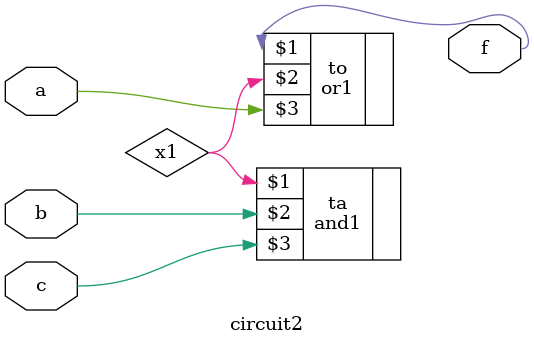
<source format=v>
module circuit2(a,b,c,f);
    input a,b,c;
    output f;
    wire x1;
    and1 ta(x1,b,c);
    or1 to(f,x1,a);
endmodule
</source>
